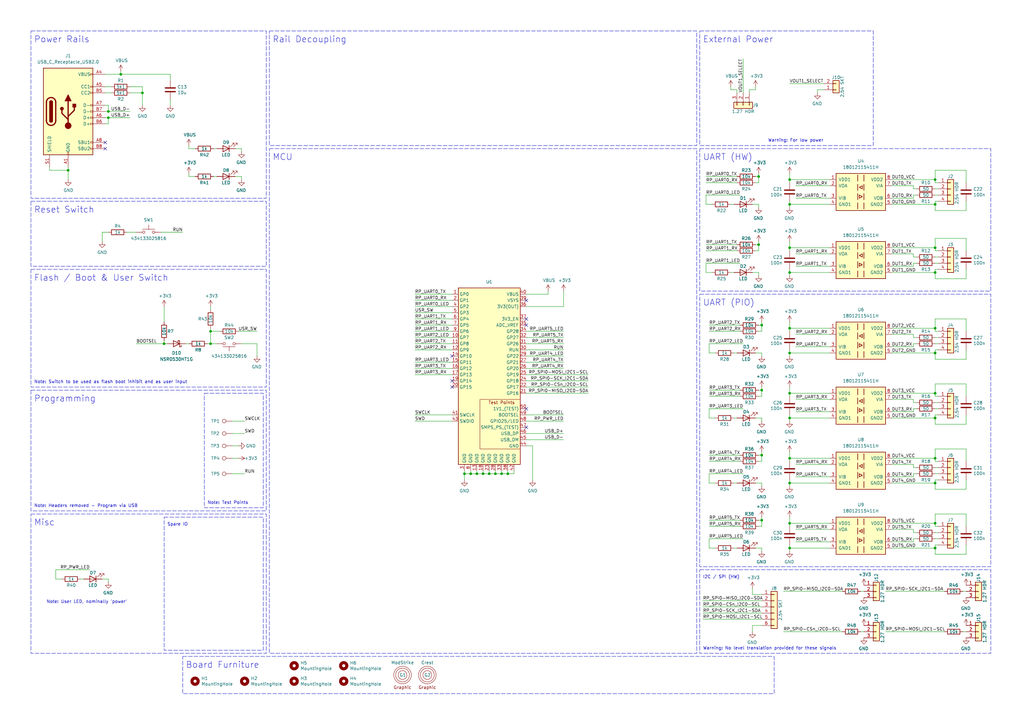
<source format=kicad_sch>
(kicad_sch (version 20230121) (generator eeschema)
  (paper "A3")
  (title_block (title "Ponder-Pico2") (date "2024-10-30") (rev "1.0"))
  (junction (at 323.85 73.66))
  (junction (at 205.74 194.31))
  (junction (at 323.85 144.78))
  (junction (at 190.5 194.31))
  (junction (at 323.85 187.96))
  (junction (at 323.85 161.29))
  (junction (at 312.42 160.02))
  (junction (at 383.54 73.66))
  (junction (at 311.15 100.33))
  (junction (at 323.85 134.62))
  (junction (at 383.54 187.96))
  (junction (at 312.42 186.69))
  (junction (at 193.04 194.31))
  (junction (at 383.54 111.76))
  (junction (at 44.45 45.72))
  (junction (at 383.54 144.78))
  (junction (at 58.42 38.1))
  (junction (at 195.58 194.31))
  (junction (at 203.2 194.31))
  (junction (at 49.53 30.48))
  (junction (at 383.54 171.45))
  (junction (at 208.28 194.31))
  (junction (at 323.85 198.12))
  (junction (at 312.42 133.35))
  (junction (at 311.15 72.39))
  (junction (at 323.85 224.79))
  (junction (at 44.45 48.26))
  (junction (at 323.85 111.76))
  (junction (at 383.54 134.62))
  (junction (at 323.85 83.82))
  (junction (at 323.85 214.63))
  (junction (at 383.54 161.29))
  (junction (at 27.94 69.85))
  (junction (at 200.66 194.31))
  (junction (at 383.54 198.12))
  (junction (at 198.12 194.31))
  (junction (at 383.54 83.82))
  (junction (at 86.36 140.97))
  (junction (at 323.85 171.45))
  (junction (at 312.42 213.36))
  (junction (at 323.85 101.6))
  (junction (at 383.54 224.79))
  (junction (at 86.36 135.89))
  (junction (at 383.54 101.6))
  (junction (at 67.31 140.97))
  (junction (at 383.54 214.63))
  (no_connect (at 215.9 175.26))
  (no_connect (at 185.42 158.75))
  (no_connect (at 215.9 123.19))
  (no_connect (at 215.9 130.81))
  (no_connect (at 43.18 58.42))
  (no_connect (at 43.18 60.96))
  (no_connect (at 185.42 146.05))
  (no_connect (at 185.42 156.21))
  (no_connect (at 215.9 167.64))
  (no_connect (at 215.9 133.35))
  (wire (pts (xy 383.54 161.29) (xy 383.54 162.56)))
  (wire (pts (xy 205.74 194.31) (xy 208.28 194.31)))
  (wire (pts (xy 323.85 83.82) (xy 340.36 83.82)))
  (wire (pts (xy 396.24 170.18) (xy 396.24 173.99)))
  (wire (pts (xy 203.2 194.31) (xy 205.74 194.31)))
  (wire (pts (xy 323.85 223.52) (xy 323.85 224.79)))
  (wire (pts (xy 312.42 215.9) (xy 312.42 213.36)))
  (wire (pts (xy 396.24 130.81) (xy 383.54 130.81)))
  (wire (pts (xy 86.36 134.62) (xy 86.36 135.89)))
  (wire (pts (xy 241.3 156.21) (xy 215.9 156.21)))
  (wire (pts (xy 44.45 237.49) (xy 41.91 237.49)))
  (wire (pts (xy 323.85 134.62) (xy 340.36 134.62)))
  (wire (pts (xy 323.85 171.45) (xy 340.36 171.45)))
  (wire (pts (xy 311.15 189.23) (xy 312.42 189.23)))
  (wire (pts (xy 323.85 85.09) (xy 323.85 83.82)))
  (wire (pts (xy 22.86 237.49) (xy 25.4 237.49)))
  (wire (pts (xy 193.04 194.31) (xy 195.58 194.31)))
  (wire (pts (xy 312.42 213.36) (xy 312.42 212.09)))
  (wire (pts (xy 384.81 140.97) (xy 383.54 140.97)))
  (wire (pts (xy 365.76 168.91) (xy 374.65 168.91)))
  (wire (pts (xy 290.83 144.78) (xy 293.37 144.78)))
  (wire (pts (xy 231.14 135.89) (xy 215.9 135.89)))
  (wire (pts (xy 375.92 194.31) (xy 374.65 194.31)))
  (wire (pts (xy 95.25 172.72) (xy 100.33 172.72)))
  (wire (pts (xy 198.12 193.04) (xy 198.12 194.31)))
  (wire (pts (xy 304.8 38.1) (xy 304.8 24.13)))
  (wire (pts (xy 170.18 135.89) (xy 185.42 135.89)))
  (wire (pts (xy 312.42 162.56) (xy 312.42 160.02)))
  (wire (pts (xy 311.15 85.09) (xy 311.15 83.82)))
  (wire (pts (xy 36.83 233.68) (xy 22.86 233.68)))
  (wire (pts (xy 86.36 140.97) (xy 85.09 140.97)))
  (wire (pts (xy 210.82 194.31) (xy 210.82 193.04)))
  (wire (pts (xy 383.54 134.62) (xy 383.54 135.89)))
  (wire (pts (xy 231.14 170.18) (xy 215.9 170.18)))
  (wire (pts (xy 384.81 223.52) (xy 383.54 223.52)))
  (wire (pts (xy 290.83 135.89) (xy 303.53 135.89)))
  (wire (pts (xy 396.24 74.93) (xy 396.24 69.85)))
  (wire (pts (xy 323.85 73.66) (xy 340.36 73.66)))
  (wire (pts (xy 323.85 226.06) (xy 323.85 224.79)))
  (wire (pts (xy 326.39 190.5) (xy 340.36 190.5)))
  (wire (pts (xy 170.18 123.19) (xy 185.42 123.19)))
  (wire (pts (xy 99.06 60.96) (xy 96.52 60.96)))
  (wire (pts (xy 309.88 102.87) (xy 311.15 102.87)))
  (wire (pts (xy 365.76 76.2) (xy 374.65 76.2)))
  (wire (pts (xy 374.65 194.31) (xy 374.65 195.58)))
  (wire (pts (xy 384.81 107.95) (xy 383.54 107.95)))
  (wire (pts (xy 374.65 77.47) (xy 374.65 76.2)))
  (wire (pts (xy 312.42 199.39) (xy 312.42 198.12)))
  (wire (pts (xy 321.31 242.57) (xy 345.44 242.57)))
  (wire (pts (xy 323.85 187.96) (xy 340.36 187.96)))
  (wire (pts (xy 384.81 80.01) (xy 383.54 80.01)))
  (wire (pts (xy 323.85 134.62) (xy 323.85 135.89)))
  (wire (pts (xy 309.88 100.33) (xy 311.15 100.33)))
  (wire (pts (xy 312.42 172.72) (xy 312.42 171.45)))
  (wire (pts (xy 231.14 172.72) (xy 215.9 172.72)))
  (wire (pts (xy 99.06 62.23) (xy 99.06 60.96)))
  (wire (pts (xy 231.14 138.43) (xy 215.9 138.43)))
  (wire (pts (xy 384.81 110.49) (xy 383.54 110.49)))
  (wire (pts (xy 289.56 100.33) (xy 302.26 100.33)))
  (wire (pts (xy 289.56 80.01) (xy 289.56 83.82)))
  (wire (pts (xy 290.83 186.69) (xy 303.53 186.69)))
  (wire (pts (xy 41.91 95.25) (xy 41.91 99.06)))
  (wire (pts (xy 105.41 135.89) (xy 97.79 135.89)))
  (wire (pts (xy 396.24 162.56) (xy 396.24 157.48)))
  (wire (pts (xy 309.88 36.83) (xy 307.34 36.83)))
  (wire (pts (xy 323.85 172.72) (xy 323.85 171.45)))
  (wire (pts (xy 375.92 218.44) (xy 374.65 218.44)))
  (wire (pts (xy 290.83 162.56) (xy 303.53 162.56)))
  (wire (pts (xy 67.31 140.97) (xy 68.58 140.97)))
  (wire (pts (xy 44.45 45.72) (xy 53.34 45.72)))
  (wire (pts (xy 365.76 73.66) (xy 383.54 73.66)))
  (wire (pts (xy 77.47 59.69) (xy 77.47 60.96)))
  (wire (pts (xy 326.39 81.28) (xy 340.36 81.28)))
  (wire (pts (xy 326.39 109.22) (xy 340.36 109.22)))
  (wire (pts (xy 396.24 102.87) (xy 396.24 97.79)))
  (wire (pts (xy 43.18 30.48) (xy 49.53 30.48)))
  (wire (pts (xy 299.72 36.83) (xy 302.26 36.83)))
  (wire (pts (xy 383.54 227.33) (xy 383.54 224.79)))
  (wire (pts (xy 384.81 165.1) (xy 383.54 165.1)))
  (wire (pts (xy 396.24 143.51) (xy 396.24 147.32)))
  (wire (pts (xy 353.06 242.57) (xy 354.33 242.57)))
  (wire (pts (xy 384.81 189.23) (xy 383.54 189.23)))
  (wire (pts (xy 396.24 147.32) (xy 383.54 147.32)))
  (wire (pts (xy 384.81 138.43) (xy 383.54 138.43)))
  (wire (pts (xy 396.24 82.55) (xy 396.24 86.36)))
  (wire (pts (xy 383.54 214.63) (xy 383.54 215.9)))
  (wire (pts (xy 384.81 162.56) (xy 383.54 162.56)))
  (wire (pts (xy 384.81 77.47) (xy 383.54 77.47)))
  (wire (pts (xy 288.29 248.92) (xy 312.42 248.92)))
  (wire (pts (xy 170.18 125.73) (xy 185.42 125.73)))
  (wire (pts (xy 394.97 242.57) (xy 396.24 242.57)))
  (wire (pts (xy 383.54 111.76) (xy 383.54 110.49)))
  (wire (pts (xy 27.94 69.85) (xy 20.32 69.85)))
  (wire (pts (xy 383.54 184.15) (xy 383.54 187.96)))
  (wire (pts (xy 66.04 95.25) (xy 74.93 95.25)))
  (wire (pts (xy 86.36 125.73) (xy 86.36 127)))
  (wire (pts (xy 365.76 198.12) (xy 383.54 198.12)))
  (wire (pts (xy 49.53 30.48) (xy 69.85 30.48)))
  (wire (pts (xy 218.44 196.85) (xy 218.44 182.88)))
  (wire (pts (xy 76.2 140.97) (xy 77.47 140.97)))
  (wire (pts (xy 88.9 140.97) (xy 86.36 140.97)))
  (wire (pts (xy 231.14 140.97) (xy 215.9 140.97)))
  (wire (pts (xy 323.85 144.78) (xy 340.36 144.78)))
  (wire (pts (xy 170.18 128.27) (xy 185.42 128.27)))
  (wire (pts (xy 323.85 170.18) (xy 323.85 171.45)))
  (wire (pts (xy 383.54 97.79) (xy 383.54 101.6)))
  (wire (pts (xy 67.31 132.08) (xy 67.31 125.73)))
  (wire (pts (xy 44.45 43.18) (xy 44.45 45.72)))
  (wire (pts (xy 383.54 171.45) (xy 383.54 170.18)))
  (wire (pts (xy 375.92 191.77) (xy 374.65 191.77)))
  (wire (pts (xy 22.86 233.68) (xy 22.86 237.49)))
  (wire (pts (xy 311.15 72.39) (xy 311.15 71.12)))
  (wire (pts (xy 396.24 157.48) (xy 383.54 157.48)))
  (wire (pts (xy 198.12 194.31) (xy 200.66 194.31)))
  (wire (pts (xy 311.15 162.56) (xy 312.42 162.56)))
  (wire (pts (xy 312.42 224.79) (xy 309.88 224.79)))
  (wire (pts (xy 312.42 160.02) (xy 312.42 158.75)))
  (wire (pts (xy 290.83 220.98) (xy 290.83 224.79)))
  (wire (pts (xy 323.85 214.63) (xy 340.36 214.63)))
  (wire (pts (xy 53.34 35.56) (xy 58.42 35.56)))
  (wire (pts (xy 374.65 105.41) (xy 374.65 104.14)))
  (wire (pts (xy 43.18 48.26) (xy 44.45 48.26)))
  (wire (pts (xy 323.85 110.49) (xy 323.85 111.76)))
  (wire (pts (xy 365.76 134.62) (xy 383.54 134.62)))
  (wire (pts (xy 20.32 68.58) (xy 20.32 69.85)))
  (wire (pts (xy 383.54 86.36) (xy 383.54 83.82)))
  (wire (pts (xy 335.28 36.83) (xy 337.82 36.83)))
  (wire (pts (xy 302.26 224.79) (xy 300.99 224.79)))
  (wire (pts (xy 170.18 148.59) (xy 185.42 148.59)))
  (wire (pts (xy 384.81 102.87) (xy 383.54 102.87)))
  (wire (pts (xy 375.92 220.98) (xy 374.65 220.98)))
  (wire (pts (xy 383.54 147.32) (xy 383.54 144.78)))
  (wire (pts (xy 205.74 193.04) (xy 205.74 194.31)))
  (wire (pts (xy 231.14 119.38) (xy 231.14 125.73)))
  (wire (pts (xy 365.76 171.45) (xy 383.54 171.45)))
  (wire (pts (xy 231.14 151.13) (xy 215.9 151.13)))
  (wire (pts (xy 323.85 143.51) (xy 323.85 144.78)))
  (wire (pts (xy 170.18 172.72) (xy 185.42 172.72)))
  (wire (pts (xy 100.33 194.31) (xy 95.25 194.31)))
  (wire (pts (xy 365.76 137.16) (xy 374.65 137.16)))
  (wire (pts (xy 231.14 177.8) (xy 215.9 177.8)))
  (wire (pts (xy 365.76 109.22) (xy 374.65 109.22)))
  (wire (pts (xy 170.18 170.18) (xy 185.42 170.18)))
  (wire (pts (xy 304.8 140.97) (xy 290.83 140.97)))
  (wire (pts (xy 384.81 105.41) (xy 383.54 105.41)))
  (wire (pts (xy 312.42 144.78) (xy 309.88 144.78)))
  (wire (pts (xy 290.83 189.23) (xy 303.53 189.23)))
  (wire (pts (xy 215.9 125.73) (xy 231.14 125.73)))
  (wire (pts (xy 375.92 77.47) (xy 374.65 77.47)))
  (wire (pts (xy 374.65 167.64) (xy 374.65 168.91)))
  (wire (pts (xy 88.9 60.96) (xy 87.63 60.96)))
  (wire (pts (xy 170.18 143.51) (xy 185.42 143.51)))
  (wire (pts (xy 241.3 161.29) (xy 215.9 161.29)))
  (wire (pts (xy 105.41 140.97) (xy 99.06 140.97)))
  (wire (pts (xy 290.83 194.31) (xy 290.83 198.12)))
  (wire (pts (xy 77.47 60.96) (xy 80.01 60.96)))
  (wire (pts (xy 302.26 36.83) (xy 302.26 38.1)))
  (wire (pts (xy 323.85 196.85) (xy 323.85 198.12)))
  (wire (pts (xy 311.15 83.82) (xy 308.61 83.82)))
  (wire (pts (xy 312.42 226.06) (xy 312.42 224.79)))
  (wire (pts (xy 384.81 215.9) (xy 383.54 215.9)))
  (wire (pts (xy 384.81 82.55) (xy 383.54 82.55)))
  (wire (pts (xy 27.94 69.85) (xy 27.94 73.66)))
  (wire (pts (xy 374.65 80.01) (xy 374.65 81.28)))
  (wire (pts (xy 396.24 196.85) (xy 396.24 200.66)))
  (wire (pts (xy 312.42 133.35) (xy 312.42 132.08)))
  (wire (pts (xy 323.85 82.55) (xy 323.85 83.82)))
  (wire (pts (xy 290.83 133.35) (xy 303.53 133.35)))
  (wire (pts (xy 311.15 213.36) (xy 312.42 213.36)))
  (wire (pts (xy 290.83 198.12) (xy 293.37 198.12)))
  (wire (pts (xy 375.92 138.43) (xy 374.65 138.43)))
  (wire (pts (xy 304.8 167.64) (xy 290.83 167.64)))
  (wire (pts (xy 308.61 241.3) (xy 308.61 243.84)))
  (wire (pts (xy 365.76 190.5) (xy 374.65 190.5)))
  (wire (pts (xy 99.06 72.39) (xy 96.52 72.39)))
  (wire (pts (xy 383.54 187.96) (xy 383.54 189.23)))
  (wire (pts (xy 374.65 218.44) (xy 374.65 217.17)))
  (wire (pts (xy 44.45 238.76) (xy 44.45 237.49)))
  (wire (pts (xy 312.42 135.89) (xy 312.42 133.35)))
  (wire (pts (xy 365.76 104.14) (xy 374.65 104.14)))
  (wire (pts (xy 67.31 140.97) (xy 67.31 139.7)))
  (wire (pts (xy 323.85 224.79) (xy 340.36 224.79)))
  (wire (pts (xy 396.24 189.23) (xy 396.24 184.15)))
  (wire (pts (xy 170.18 138.43) (xy 185.42 138.43)))
  (wire (pts (xy 195.58 193.04) (xy 195.58 194.31)))
  (wire (pts (xy 27.94 69.85) (xy 27.94 68.58)))
  (wire (pts (xy 365.76 217.17) (xy 374.65 217.17)))
  (wire (pts (xy 384.81 194.31) (xy 383.54 194.31)))
  (wire (pts (xy 374.65 191.77) (xy 374.65 190.5)))
  (wire (pts (xy 374.65 140.97) (xy 374.65 142.24)))
  (wire (pts (xy 44.45 95.25) (xy 41.91 95.25)))
  (wire (pts (xy 90.17 135.89) (xy 86.36 135.89)))
  (wire (pts (xy 312.42 171.45) (xy 309.88 171.45)))
  (wire (pts (xy 170.18 151.13) (xy 185.42 151.13)))
  (wire (pts (xy 304.8 194.31) (xy 290.83 194.31)))
  (wire (pts (xy 353.06 259.08) (xy 354.33 259.08)))
  (wire (pts (xy 323.85 111.76) (xy 340.36 111.76)))
  (wire (pts (xy 374.65 107.95) (xy 374.65 109.22)))
  (wire (pts (xy 231.14 148.59) (xy 215.9 148.59)))
  (wire (pts (xy 300.99 83.82) (xy 299.72 83.82)))
  (wire (pts (xy 383.54 69.85) (xy 383.54 73.66)))
  (wire (pts (xy 326.39 163.83) (xy 340.36 163.83)))
  (wire (pts (xy 326.39 168.91) (xy 340.36 168.91)))
  (wire (pts (xy 58.42 35.56) (xy 58.42 38.1)))
  (wire (pts (xy 383.54 173.99) (xy 383.54 171.45)))
  (wire (pts (xy 311.15 111.76) (xy 308.61 111.76)))
  (wire (pts (xy 326.39 76.2) (xy 340.36 76.2)))
  (wire (pts (xy 307.34 36.83) (xy 307.34 38.1)))
  (wire (pts (xy 396.24 110.49) (xy 396.24 114.3)))
  (wire (pts (xy 384.81 135.89) (xy 383.54 135.89)))
  (wire (pts (xy 309.88 35.56) (xy 309.88 36.83)))
  (wire (pts (xy 374.65 220.98) (xy 374.65 222.25)))
  (wire (pts (xy 363.22 242.57) (xy 387.35 242.57)))
  (wire (pts (xy 365.76 161.29) (xy 383.54 161.29)))
  (wire (pts (xy 383.54 73.66) (xy 383.54 74.93)))
  (wire (pts (xy 195.58 194.31) (xy 198.12 194.31)))
  (wire (pts (xy 323.85 212.09) (xy 323.85 214.63)))
  (wire (pts (xy 302.26 198.12) (xy 300.99 198.12)))
  (wire (pts (xy 323.85 161.29) (xy 340.36 161.29)))
  (wire (pts (xy 383.54 144.78) (xy 383.54 143.51)))
  (wire (pts (xy 170.18 120.65) (xy 185.42 120.65)))
  (wire (pts (xy 300.99 111.76) (xy 299.72 111.76)))
  (wire (pts (xy 375.92 140.97) (xy 374.65 140.97)))
  (wire (pts (xy 384.81 220.98) (xy 383.54 220.98)))
  (wire (pts (xy 290.83 224.79) (xy 293.37 224.79)))
  (wire (pts (xy 170.18 133.35) (xy 185.42 133.35)))
  (wire (pts (xy 323.85 198.12) (xy 340.36 198.12)))
  (wire (pts (xy 383.54 101.6) (xy 383.54 102.87)))
  (wire (pts (xy 288.29 254) (xy 312.42 254)))
  (wire (pts (xy 309.88 74.93) (xy 311.15 74.93)))
  (wire (pts (xy 224.79 119.38) (xy 224.79 120.65)))
  (wire (pts (xy 77.47 72.39) (xy 80.01 72.39)))
  (wire (pts (xy 311.15 160.02) (xy 312.42 160.02)))
  (wire (pts (xy 95.25 182.88) (xy 97.79 182.88)))
  (wire (pts (xy 383.54 83.82) (xy 383.54 82.55)))
  (wire (pts (xy 326.39 142.24) (xy 340.36 142.24)))
  (wire (pts (xy 311.15 133.35) (xy 312.42 133.35)))
  (wire (pts (xy 312.42 146.05) (xy 312.42 144.78)))
  (wire (pts (xy 77.47 71.12) (xy 77.47 72.39)))
  (wire (pts (xy 365.76 195.58) (xy 374.65 195.58)))
  (wire (pts (xy 365.76 81.28) (xy 374.65 81.28)))
  (wire (pts (xy 365.76 111.76) (xy 383.54 111.76)))
  (wire (pts (xy 288.29 246.38) (xy 312.42 246.38)))
  (wire (pts (xy 396.24 173.99) (xy 383.54 173.99)))
  (wire (pts (xy 365.76 142.24) (xy 374.65 142.24)))
  (wire (pts (xy 303.53 80.01) (xy 289.56 80.01)))
  (wire (pts (xy 323.85 146.05) (xy 323.85 144.78)))
  (wire (pts (xy 312.42 189.23) (xy 312.42 186.69)))
  (wire (pts (xy 396.24 227.33) (xy 383.54 227.33)))
  (wire (pts (xy 311.15 186.69) (xy 312.42 186.69)))
  (wire (pts (xy 203.2 193.04) (xy 203.2 194.31)))
  (wire (pts (xy 289.56 107.95) (xy 289.56 111.76)))
  (wire (pts (xy 290.83 213.36) (xy 303.53 213.36)))
  (wire (pts (xy 311.15 102.87) (xy 311.15 100.33)))
  (wire (pts (xy 384.81 170.18) (xy 383.54 170.18)))
  (wire (pts (xy 365.76 222.25) (xy 374.65 222.25)))
  (wire (pts (xy 44.45 50.8) (xy 44.45 48.26)))
  (wire (pts (xy 326.39 137.16) (xy 340.36 137.16)))
  (wire (pts (xy 365.76 214.63) (xy 383.54 214.63)))
  (wire (pts (xy 365.76 144.78) (xy 383.54 144.78)))
  (wire (pts (xy 326.39 217.17) (xy 340.36 217.17)))
  (wire (pts (xy 396.24 210.82) (xy 383.54 210.82)))
  (wire (pts (xy 323.85 101.6) (xy 323.85 102.87)))
  (wire (pts (xy 231.14 143.51) (xy 215.9 143.51)))
  (wire (pts (xy 396.24 86.36) (xy 383.54 86.36)))
  (wire (pts (xy 323.85 73.66) (xy 323.85 74.93)))
  (wire (pts (xy 375.92 167.64) (xy 374.65 167.64)))
  (wire (pts (xy 335.28 38.1) (xy 335.28 36.83)))
  (wire (pts (xy 375.92 105.41) (xy 374.65 105.41)))
  (wire (pts (xy 323.85 101.6) (xy 340.36 101.6)))
  (wire (pts (xy 309.88 72.39) (xy 311.15 72.39)))
  (wire (pts (xy 326.39 222.25) (xy 340.36 222.25)))
  (wire (pts (xy 326.39 195.58) (xy 340.36 195.58)))
  (wire (pts (xy 396.24 215.9) (xy 396.24 210.82)))
  (wire (pts (xy 384.81 196.85) (xy 383.54 196.85)))
  (wire (pts (xy 383.54 157.48) (xy 383.54 161.29)))
  (wire (pts (xy 308.61 243.84) (xy 312.42 243.84)))
  (wire (pts (xy 304.8 220.98) (xy 290.83 220.98)))
  (wire (pts (xy 218.44 182.88) (xy 215.9 182.88)))
  (wire (pts (xy 100.33 177.8) (xy 95.25 177.8)))
  (wire (pts (xy 323.85 71.12) (xy 323.85 73.66)))
  (wire (pts (xy 190.5 194.31) (xy 193.04 194.31)))
  (wire (pts (xy 289.56 102.87) (xy 302.26 102.87)))
  (wire (pts (xy 311.15 135.89) (xy 312.42 135.89)))
  (wire (pts (xy 288.29 251.46) (xy 312.42 251.46)))
  (wire (pts (xy 45.72 38.1) (xy 43.18 38.1)))
  (wire (pts (xy 396.24 69.85) (xy 383.54 69.85)))
  (wire (pts (xy 323.85 113.03) (xy 323.85 111.76)))
  (wire (pts (xy 241.3 153.67) (xy 215.9 153.67)))
  (wire (pts (xy 396.24 97.79) (xy 383.54 97.79)))
  (wire (pts (xy 396.24 135.89) (xy 396.24 130.81)))
  (wire (pts (xy 200.66 194.31) (xy 203.2 194.31)))
  (wire (pts (xy 308.61 259.08) (xy 308.61 256.54)))
  (wire (pts (xy 384.81 143.51) (xy 383.54 143.51)))
  (wire (pts (xy 365.76 224.79) (xy 383.54 224.79)))
  (wire (pts (xy 311.15 100.33) (xy 311.15 99.06)))
  (wire (pts (xy 289.56 83.82) (xy 292.1 83.82)))
  (wire (pts (xy 323.85 187.96) (xy 323.85 189.23)))
  (wire (pts (xy 375.92 80.01) (xy 374.65 80.01)))
  (wire (pts (xy 375.92 107.95) (xy 374.65 107.95)))
  (wire (pts (xy 375.92 165.1) (xy 374.65 165.1)))
  (wire (pts (xy 363.22 259.08) (xy 387.35 259.08)))
  (wire (pts (xy 43.18 45.72) (xy 44.45 45.72)))
  (wire (pts (xy 58.42 38.1) (xy 58.42 43.18)))
  (wire (pts (xy 303.53 107.95) (xy 289.56 107.95)))
  (wire (pts (xy 365.76 83.82) (xy 383.54 83.82)))
  (wire (pts (xy 308.61 256.54) (xy 312.42 256.54)))
  (wire (pts (xy 170.18 140.97) (xy 185.42 140.97)))
  (wire (pts (xy 323.85 185.42) (xy 323.85 187.96)))
  (wire (pts (xy 396.24 114.3) (xy 383.54 114.3)))
  (wire (pts (xy 193.04 193.04) (xy 193.04 194.31)))
  (wire (pts (xy 383.54 224.79) (xy 383.54 223.52)))
  (wire (pts (xy 53.34 38.1) (xy 58.42 38.1)))
  (wire (pts (xy 311.15 215.9) (xy 312.42 215.9)))
  (wire (pts (xy 299.72 35.56) (xy 299.72 36.83)))
  (wire (pts (xy 383.54 200.66) (xy 383.54 198.12)))
  (wire (pts (xy 44.45 48.26) (xy 53.34 48.26)))
  (wire (pts (xy 34.29 237.49) (xy 33.02 237.49)))
  (wire (pts (xy 374.65 138.43) (xy 374.65 137.16)))
  (wire (pts (xy 383.54 210.82) (xy 383.54 214.63)))
  (wire (pts (xy 241.3 158.75) (xy 215.9 158.75)))
  (wire (pts (xy 396.24 223.52) (xy 396.24 227.33)))
  (wire (pts (xy 290.83 140.97) (xy 290.83 144.78)))
  (wire (pts (xy 394.97 259.08) (xy 396.24 259.08)))
  (wire (pts (xy 231.14 180.34) (xy 215.9 180.34)))
  (wire (pts (xy 231.14 146.05) (xy 215.9 146.05)))
  (wire (pts (xy 190.5 196.85) (xy 190.5 194.31)))
  (wire (pts (xy 55.88 140.97) (xy 67.31 140.97)))
  (wire (pts (xy 43.18 50.8) (xy 44.45 50.8)))
  (wire (pts (xy 312.42 198.12) (xy 309.88 198.12)))
  (wire (pts (xy 43.18 43.18) (xy 44.45 43.18)))
  (wire (pts (xy 326.39 104.14) (xy 340.36 104.14)))
  (wire (pts (xy 45.72 35.56) (xy 43.18 35.56)))
  (wire (pts (xy 323.85 199.39) (xy 323.85 198.12)))
  (wire (pts (xy 69.85 33.02) (xy 69.85 30.48)))
  (wire (pts (xy 208.28 194.31) (xy 210.82 194.31)))
  (wire (pts (xy 321.31 259.08) (xy 345.44 259.08)))
  (wire (pts (xy 383.54 130.81) (xy 383.54 134.62)))
  (wire (pts (xy 49.53 29.21) (xy 49.53 30.48)))
  (wire (pts (xy 312.42 186.69) (xy 312.42 185.42)))
  (wire (pts (xy 290.83 215.9) (xy 303.53 215.9)))
  (wire (pts (xy 190.5 193.04) (xy 190.5 194.31)))
  (wire (pts (xy 215.9 120.65) (xy 224.79 120.65)))
  (wire (pts (xy 374.65 165.1) (xy 374.65 163.83)))
  (wire (pts (xy 365.76 187.96) (xy 383.54 187.96)))
  (wire (pts (xy 396.24 184.15) (xy 383.54 184.15)))
  (wire (pts (xy 323.85 161.29) (xy 323.85 162.56)))
  (wire (pts (xy 290.83 160.02) (xy 303.53 160.02)))
  (wire (pts (xy 52.07 95.25) (xy 55.88 95.25)))
  (wire (pts (xy 384.81 191.77) (xy 383.54 191.77)))
  (wire (pts (xy 95.25 187.96) (xy 97.79 187.96)))
  (wire (pts (xy 170.18 130.81) (xy 185.42 130.81)))
  (wire (pts (xy 383.54 114.3) (xy 383.54 111.76)))
  (wire (pts (xy 86.36 135.89) (xy 86.36 140.97)))
  (wire (pts (xy 302.26 171.45) (xy 300.99 171.45)))
  (wire (pts (xy 200.66 193.04) (xy 200.66 194.31)))
  (wire (pts (xy 384.81 167.64) (xy 383.54 167.64)))
  (wire (pts (xy 384.81 74.93) (xy 383.54 74.93)))
  (wire (pts (xy 289.56 111.76) (xy 292.1 111.76)))
  (wire (pts (xy 105.41 140.97) (xy 105.41 146.05)))
  (wire (pts (xy 99.06 73.66) (xy 99.06 72.39)))
  (wire (pts (xy 365.76 163.83) (xy 374.65 163.83)))
  (wire (pts (xy 311.15 74.93) (xy 311.15 72.39)))
  (wire (pts (xy 302.26 144.78) (xy 300.99 144.78)))
  (wire (pts (xy 323.85 99.06) (xy 323.85 101.6)))
  (wire (pts (xy 365.76 101.6) (xy 383.54 101.6)))
  (wire (pts (xy 311.15 113.03) (xy 311.15 111.76)))
  (wire (pts (xy 396.24 200.66) (xy 383.54 200.66)))
  (wire (pts (xy 289.56 72.39) (xy 302.26 72.39)))
  (wire (pts (xy 290.83 171.45) (xy 293.37 171.45)))
  (wire (pts (xy 323.85 158.75) (xy 323.85 161.29)))
  (wire (pts (xy 323.85 214.63) (xy 323.85 215.9)))
  (wire (pts (xy 384.81 218.44) (xy 383.54 218.44)))
  (wire (pts (xy 323.85 34.29) (xy 337.82 34.29)))
  (wire (pts (xy 208.28 193.04) (xy 208.28 194.31)))
  (wire (pts (xy 383.54 198.12) (xy 383.54 196.85)))
  (wire (pts (xy 170.18 153.67) (xy 185.42 153.67)))
  (wire (pts (xy 290.83 167.64) (xy 290.83 171.45)))
  (wire (pts (xy 323.85 132.08) (xy 323.85 134.62)))
  (wire (pts (xy 88.9 72.39) (xy 87.63 72.39)))
  (wire (pts (xy 69.85 40.64) (xy 69.85 43.18)))
  (wire (pts (xy 289.56 74.93) (xy 302.26 74.93)))
  (rectangle (start 287.02 233.68) (end 406.4 267.97) (stroke (width 0) (type dash)))
  (rectangle (start 12.7 160.02) (end 109.22 209.55) (stroke (width 0) (type dash)))
  (rectangle (start 74.93 269.24) (end 317.5 284.48) (stroke (width 0) (type dash)))
  (rectangle (start 12.7 110.49) (end 109.22 158.75) (stroke (width 0) (type dash)))
  (rectangle (start 287.02 120.65) (end 406.4 232.41) (stroke (width 0) (type dash)))
  (rectangle (start 110.49 12.7) (end 285.75 59.69) (stroke (width 0) (type dash)))
  (rectangle (start 287.02 60.96) (end 406.4 119.38) (stroke (width 0) (type dash)))
  (rectangle (start 12.7 12.7) (end 109.22 81.28) (stroke (width 0) (type dash)))
  (rectangle (start 83.82 161.29) (end 107.95 208.28) (stroke (width 0) (type dash)))
  (rectangle (start 12.7 82.55) (end 109.22 109.22) (stroke (width 0) (type dash)))
  (rectangle (start 67.31 212.09) (end 107.95 266.7) (stroke (width 0) (type dash)))
  (rectangle (start 110.49 60.96) (end 285.75 267.97) (stroke (width 0) (type dash)))
  (rectangle (start 12.7 210.82) (end 109.22 267.97) (stroke (width 0) (type dash)))
  (rectangle (start 287.02 12.7) (end 358.14 59.69) (stroke (width 0) (type dash)))
  (text "Warning: No level translation provided for these signals" (at 288.29 266.7 0) (effects (font (size 1.27 1.27)) (justify left bottom)))
  (text "UART (PIO)" (at 288.29 125.73 0) (effects (font (size 2.54 2.54)) (justify left bottom)))
  (text "Misc" (at 13.97 215.9 0) (effects (font (size 2.54 2.54)) (justify left bottom)))
  (text "Note: Switch to be used as flash boot inhibit and as user input" (at 13.97 157.48 0) (effects (font (size 1.27 1.27)) (justify left bottom)))
  (text "Flash / Boot & User Switch" (at 13.97 115.57 0) (effects (font (size 2.54 2.54)) (justify left bottom)))
  (text "Spare IO" (at 68.58 215.9 0) (effects (font (size 1.27 1.27)) (justify left bottom)))
  (text "Board Furniture" (at 76.2 274.32 0) (effects (font (size 2.54 2.54)) (justify left bottom)))
  (text "Rail Decoupling" (at 111.76 17.78 0) (effects (font (size 2.54 2.54)) (justify left bottom)))
  (text "Note: Test Points" (at 85.09 207.01 0) (effects (font (size 1.27 1.27)) (justify left bottom)))
  (text "Note: User LED, nominally 'power'" (at 19.05 247.65 0) (effects (font (size 1.27 1.27)) (justify left bottom)))
  (text "Note: Headers removed - Program via USB" (at 13.97 208.28 0) (effects (font (size 1.27 1.27)) (justify left bottom)))
  (text "External Power" (at 288.29 17.78 0) (effects (font (size 2.54 2.54)) (justify left bottom)))
  (text "UART (HW)" (at 288.29 66.04 0) (effects (font (size 2.54 2.54)) (justify left bottom)))
  (text "I2C / SPI (HW)" (at 288.29 237.49 0) (effects (font (size 1.27 1.27)) (justify left bottom)))
  (text "MCU" (at 111.76 66.04 0) (effects (font (size 2.54 2.54)) (justify left bottom)))
  (text "Warning: For low power" (at 314.96 58.42 0) (effects (font (size 1.27 1.27)) (justify left bottom)))
  (text "Reset Switch" (at 13.97 87.63 0) (effects (font (size 2.54 2.54)) (justify left bottom)))
  (text "Programming" (at 13.97 165.1 0) (effects (font (size 2.54 2.54)) (justify left bottom)))
  (text "Power Rails" (at 13.97 17.78 0) (effects (font (size 2.54 2.54)) (justify left bottom)))
  (label "USR_SW" (at 105.41 135.89 180))
  (label "DUT4_GND" (at 365.76 198.12 0))
  (label "RP_UART5_RX" (at 231.14 140.97 180))
  (label "RP_UART4_RX" (at 290.83 189.23 0))
  (label "DUT4_TX" (at 365.76 190.5 0))
  (label "DUT1_RX" (at 365.76 109.22 0))
  (label "RP_UART5_RX" (at 326.39 217.17 0))
  (label "RP_UART2_RX" (at 290.83 135.89 0))
  (label "RP_UART1_LED" (at 303.53 107.95 180))
  (label "RP_UART2_TX" (at 170.18 140.97 0))
  (label "RP_PWR_LED" (at 231.14 172.72 180))
  (label "RP_SPI0-SCK_I2C1-SDA" (at 288.29 251.46 0))
  (label "DUT1_GND" (at 365.76 111.76 0))
  (label "RP_UART0_LED" (at 170.18 125.73 0))
  (label "RP_UART1_RX" (at 170.18 133.35 0))
  (label "RP_UART2_TX" (at 290.83 133.35 0))
  (label "RP_UART3_LED" (at 304.8 167.64 180))
  (label "RP_UART2_LED" (at 170.18 138.43 0))
  (label "DUT5_TX" (at 365.76 217.17 0))
  (label "RP_UART2_LED" (at 304.8 140.97 180))
  (label "RP_SPI0-SCK_I2C1-SDA" (at 363.22 242.57 0))
  (label "RP_UART0_RX" (at 326.39 76.2 0))
  (label "SWCLK" (at 100.33 172.72 0))
  (label "RP_UART5_RX" (at 290.83 215.9 0))
  (label "RP_UART3_TX" (at 290.83 160.02 0))
  (label "RP_UART0_TX" (at 326.39 81.28 0))
  (label "RUN" (at 74.93 95.25 180))
  (label "USB_D-" (at 53.34 45.72 180))
  (label "RP_UART4_TX" (at 326.39 195.58 0))
  (label "RP_UART5_TX" (at 231.14 138.43 180))
  (label "USB_D+" (at 53.34 48.26 180))
  (label "RUN" (at 100.33 194.31 0))
  (label "RP_UART0_RX" (at 170.18 123.19 0))
  (label "DUT3_VCC" (at 365.76 161.29 0))
  (label "RP_SPI0-MISO_I2C0-SDA" (at 241.3 161.29 180))
  (label "RP_UART3_RX" (at 290.83 162.56 0))
  (label "RP_SPI0-MOSI_I2C1-SCL" (at 288.29 254 0))
  (label "DUT1_TX" (at 365.76 104.14 0))
  (label "DUT0_GND" (at 365.76 83.82 0))
  (label "RP_UART3_LED" (at 170.18 148.59 0))
  (label "DUT0_TX" (at 365.76 76.2 0))
  (label "RP_UART1_TX" (at 326.39 109.22 0))
  (label "RP_UART5_TX" (at 290.83 213.36 0))
  (label "RP_UART4_LED" (at 231.14 146.05 180))
  (label "USR_SW" (at 170.18 128.27 0))
  (label "DUT2_VCC" (at 365.76 134.62 0))
  (label "RP_UART2_RX" (at 326.39 137.16 0))
  (label "RP_UART3_RX" (at 170.18 153.67 0))
  (label "DUT4_VCC" (at 365.76 187.96 0))
  (label "DUT5_GND" (at 365.76 224.79 0))
  (label "RP_SPI0-SCK_I2C1-SDA" (at 241.3 156.21 180))
  (label "RP_UART4_LED" (at 304.8 194.31 180))
  (label "RP_UART1_RX" (at 289.56 102.87 0))
  (label "RP_SPI0-CSn_I2C0-SCL" (at 321.31 259.08 0))
  (label "DUT2_GND" (at 365.76 144.78 0))
  (label "RP_UART2_TX" (at 326.39 142.24 0))
  (label "RP_UART0_TX" (at 170.18 120.65 0))
  (label "SWCLK" (at 170.18 170.18 0))
  (label "RP_UART4_TX" (at 231.14 148.59 180))
  (label "VOUT1_SELECT" (at 304.8 24.13 270))
  (label "DUT4_RX" (at 365.76 195.58 0))
  (label "BOOTSEL" (at 231.14 170.18 180))
  (label "RP_UART5_TX" (at 326.39 222.25 0))
  (label "USB_D-" (at 231.14 180.34 180))
  (label "RP_SPI0-MISO_I2C0-SDA" (at 321.31 242.57 0))
  (label "SWD" (at 100.33 177.8 0))
  (label "RP_SPI0-CSn_I2C0-SCL" (at 288.29 248.92 0))
  (label "DUT2_TX" (at 365.76 137.16 0))
  (label "DUT3_GND" (at 365.76 171.45 0))
  (label "BOOTSEL" (at 55.88 140.97 0))
  (label "RP_UART1_TX" (at 170.18 130.81 0))
  (label "RP_UART0_TX" (at 289.56 72.39 0))
  (label "RUN" (at 231.14 143.51 180))
  (label "DUT5_VCC" (at 365.76 214.63 0))
  (label "RP_UART3_TX" (at 326.39 168.91 0))
  (label "RP_UART5_LED" (at 231.14 135.89 180))
  (label "DUT1_VCC" (at 365.76 101.6 0))
  (label "RP_UART0_LED" (at 303.53 80.01 180))
  (label "DUT2_RX" (at 365.76 142.24 0))
  (label "RP_UART4_RX" (at 326.39 190.5 0))
  (label "RP_SPI0-CSn_I2C0-SCL" (at 241.3 158.75 180))
  (label "RP_SPI0-MISO_I2C0-SDA" (at 288.29 246.38 0))
  (label "RP_UART1_RX" (at 326.39 104.14 0))
  (label "USB_D+" (at 231.14 177.8 180))
  (label "RP_UART1_LED" (at 170.18 135.89 0))
  (label "DUT0_RX" (at 365.76 81.28 0))
  (label "SWD" (at 170.18 172.72 0))
  (label "DUT3_TX" (at 365.76 163.83 0))
  (label "RP_UART4_RX" (at 231.14 151.13 180))
  (label "RP_PWR_LED" (at 36.83 233.68 180))
  (label "DUT5_RX" (at 365.76 222.25 0))
  (label "DUT3_RX" (at 365.76 168.91 0))
  (label "RP_SPI0-MOSI_I2C1-SCL" (at 241.3 153.67 180))
  (label "RP_UART1_TX" (at 289.56 100.33 0))
  (label "VOUT1_SELECT" (at 323.85 34.29 0))
  (label "RP_SPI0-MOSI_I2C1-SCL" (at 363.22 259.08 0))
  (label "RP_UART0_RX" (at 289.56 74.93 0))
  (label "RP_UART3_TX" (at 170.18 151.13 0))
  (label "RP_UART5_LED" (at 304.8 220.98 180))
  (label "DUT0_VCC" (at 365.76 73.66 0))
  (label "RP_UART3_RX" (at 326.39 163.83 0))
  (label "RP_UART2_RX" (at 170.18 143.51 0))
  (label "RP_UART4_TX" (at 290.83 186.69 0))
  (symbol (lib_id "Switch:SW_Push") (at 60.96 95.25 0) (unit 1)
    (property "Reference" "SW1" (at 60.96 90.17 0))
    (property "Value" "434133025816" (at 60.96 97.79 0))
    (property "Footprint" "Button_Switch_SMD:SW_Push_1P1T_NO_Vertical_Wuerth_434133025816" (effects hide))
  )
  (symbol (lib_id "Device:C") (at 323.85 78.74 0) (mirror y) (unit 1)
    (property "Reference" "C21" (at 320.929 77.5716 0) (effects (justify left)))
    (property "Value" "100n" (at 320.929 79.883 0) (effects (justify left)))
    (property "Footprint" "Capacitor_SMD:C_0402_1005Metric" (effects hide))
  )
  (symbol (lib_id "Device:R") (at 297.18 224.79 90) (unit 1)
    (property "Reference" "R35" (at 297.18 227.33 90))
    (property "Value" "1k" (at 297.18 224.79 90))
    (property "Footprint" "Resistor_SMD:R_0402_1005Metric" (effects hide))
  )
  (symbol (lib_id "Connector_Generic:Conn_01x06") (at 317.5 248.92 0) (unit 1)
    (property "Reference" "J8" (at 316.23 241.3 0) (effects (justify left)))
    (property "Value" "2.54 SKT" (at 320.04 250.19 90))
    (property "Footprint" "Connector_PinSocket_2.54mm:PinSocket_1x06_P2.54mm_Horizontal" (effects hide))
  )
  (symbol (lib_id "power:+3V3") (at 312.42 132.08 0) (unit 1)
    (property "Reference" "#PWR052" (effects hide))
    (property "Value" "+3V3" (at 312.801 127.6858 0))
  )
  (symbol (lib_id "power:VBUS") (at 49.53 29.21 0) (unit 1)
    (property "Reference" "#PWR01" (effects hide))
    (property "Value" "VBUS" (at 49.911 24.8158 0))
  )
  (symbol (lib_id "power:+3V3") (at 86.36 125.73 0) (unit 1)
    (property "Reference" "#PWR069" (effects hide))
    (property "Value" "+3V3" (at 86.741 121.3358 0))
  )
  (symbol (lib_id "Device:R") (at 307.34 133.35 270) (unit 1)
    (property "Reference" "R29" (at 307.34 130.81 90))
    (property "Value" "10k" (at 307.34 133.35 90))
    (property "Footprint" "Resistor_SMD:R_0402_1005Metric" (effects hide))
  )
  (symbol (lib_id "Device:R") (at 86.36 130.81 0) (mirror y) (unit 1)
    (property "Reference" "R43" (at 85.09 130.81 0) (effects (justify left)))
    (property "Value" "10k" (at 86.36 130.81 90))
    (property "Footprint" "Resistor_SMD:R_0402_1005Metric" (effects hide))
  )
  (symbol (lib_id "power:GND") (at 99.06 62.23 0) (mirror y) (unit 1)
    (property "Reference" "#PWR068" (effects hide))
    (property "Value" "GND" (at 98.933 66.6242 0))
  )
  (symbol (lib_id "power:GND") (at 97.79 182.88 90) (mirror x) (unit 1)
    (property "Reference" "#PWR019" (effects hide))
    (property "Value" "GND" (at 102.87 182.88 90))
  )
  (symbol (lib_id "power:GND") (at 312.42 172.72 0) (mirror y) (unit 1)
    (property "Reference" "#PWR055" (effects hide))
    (property "Value" "GND" (at 312.293 177.1142 0))
  )
  (symbol (lib_id "Device:R") (at 379.73 138.43 270) (unit 1)
    (property "Reference" "R14" (at 379.73 135.89 90))
    (property "Value" "50" (at 379.73 138.43 90))
    (property "Footprint" "Resistor_SMD:R_0402_1005Metric" (effects hide))
  )
  (symbol (lib_id "power:+3V3") (at 97.79 187.96 270) (unit 1)
    (property "Reference" "#PWR020" (effects hide))
    (property "Value" "+3V3" (at 102.87 187.96 90))
  )
  (symbol (lib_id "Device:R") (at 379.73 167.64 270) (unit 1)
    (property "Reference" "R17" (at 379.73 170.18 90))
    (property "Value" "50" (at 379.73 167.64 90))
    (property "Footprint" "Resistor_SMD:R_0402_1005Metric" (effects hide))
  )
  (symbol (lib_id "Device:R") (at 83.82 72.39 90) (unit 1)
    (property "Reference" "R41" (at 83.82 74.93 90))
    (property "Value" "1k" (at 83.82 72.39 90))
    (property "Footprint" "Resistor_SMD:R_0402_1005Metric" (effects hide))
  )
  (symbol (lib_id "Device:LED") (at 306.07 144.78 180) (unit 1)
    (property "Reference" "D3" (at 306.07 142.24 0))
    (property "Value" "LED" (at 306.07 147.32 0))
    (property "Footprint" "LED_SMD:LED_0603_1608Metric_Pad1.05x0.95mm_HandSolder" (effects hide))
  )
  (symbol (lib_id "power:+3V3") (at 308.61 241.3 0) (unit 1)
    (property "Reference" "#PWR07" (effects hide))
    (property "Value" "+3V3" (at 308.991 236.9058 0))
  )
  (symbol (lib_id "power:GND") (at 354.33 245.11 0) (mirror y) (unit 1)
    (property "Reference" "#PWR010" (effects hide))
    (property "Value" "GND" (at 354.203 249.5042 0))
  )
  (symbol (lib_id "Connector:TestPoint") (at 95.25 177.8 90) (unit 1)
    (property "Reference" "TP2" (at 86.36 177.8 90) (effects (justify right)))
    (property "Value" "TestPoint" (effects hide))
    (property "Footprint" "TestPoint:TestPoint_Pad_D1.0mm" (effects hide))
  )
  (symbol (lib_id "power:+3V3") (at 323.85 212.09 0) (unit 1)
    (property "Reference" "#PWR042" (effects hide))
    (property "Value" "+3V3" (at 324.231 207.6958 0))
  )
  (symbol (lib_id "Connector:TestPoint") (at 95.25 187.96 90) (unit 1)
    (property "Reference" "TP4" (at 90.17 187.96 90) (effects (justify left)))
    (property "Value" "TestPoint" (effects hide))
    (property "Footprint" "TestPoint:TestPoint_Pad_D1.0mm" (effects hide))
  )
  (symbol (lib_id "Device:R") (at 379.73 220.98 270) (unit 1)
    (property "Reference" "R21" (at 379.73 223.52 90))
    (property "Value" "50" (at 379.73 220.98 90))
    (property "Footprint" "Resistor_SMD:R_0402_1005Metric" (effects hide))
  )
  (symbol (lib_id "Device:C") (at 396.24 139.7 0) (unit 1)
    (property "Reference" "C27" (at 399.161 138.5316 0) (effects (justify left)))
    (property "Value" "100n" (at 399.161 140.843 0) (effects (justify left)))
    (property "Footprint" "Capacitor_SMD:C_0402_1005Metric" (effects hide))
  )
  (symbol (lib_id "power:GND") (at 311.15 85.09 0) (mirror y) (unit 1)
    (property "Reference" "#PWR048" (effects hide))
    (property "Value" "GND" (at 311.023 89.4842 0))
  )
  (symbol (lib_id "power:+3V3") (at 309.88 35.56 0) (unit 1)
    (property "Reference" "#PWR045" (effects hide))
    (property "Value" "+3V3" (at 310.261 31.1658 0))
  )
  (symbol (lib_id "Connector_Generic:Conn_01x03") (at 304.8 43.18 270) (unit 1)
    (property "Reference" "J9" (at 308.61 43.18 90) (effects (justify left)))
    (property "Value" "1.27 HDR" (at 304.8 45.72 90))
    (property "Footprint" "Connector_PinHeader_1.27mm:PinHeader_1x03_P1.27mm_Vertical" (effects hide))
  )
  (symbol (lib_id "Connector_Generic:Conn_01x02") (at 342.9 36.83 0) (mirror x) (unit 1)
    (property "Reference" "J10" (at 342.9 31.75 0))
    (property "Value" "2.54 SKT" (at 345.44 35.56 90))
    (property "Footprint" "Ponder:M208890245" (effects hide))
  )
  (symbol (lib_id "Device:R") (at 379.73 191.77 270) (unit 1)
    (property "Reference" "R18" (at 379.73 189.23 90))
    (property "Value" "50" (at 379.73 191.77 90))
    (property "Footprint" "Resistor_SMD:R_0402_1005Metric" (effects hide))
  )
  (symbol (lib_id "Device:C") (at 396.24 106.68 0) (unit 1)
    (property "Reference" "C24" (at 399.161 105.5116 0) (effects (justify left)))
    (property "Value" "100n" (at 399.161 107.823 0) (effects (justify left)))
    (property "Footprint" "Capacitor_SMD:C_0402_1005Metric" (effects hide))
  )
  (symbol (lib_id "power:GND") (at 69.85 43.18 0) (unit 1)
    (property "Reference" "#PWR05" (effects hide))
    (property "Value" "GND" (at 69.85 47.625 0))
  )
  (symbol (lib_id "Device:C") (at 323.85 219.71 0) (mirror y) (unit 1)
    (property "Reference" "C30" (at 320.929 218.5416 0) (effects (justify left)))
    (property "Value" "100n" (at 320.929 220.853 0) (effects (justify left)))
    (property "Footprint" "Capacitor_SMD:C_0402_1005Metric" (effects hide))
  )
  (symbol (lib_id "Device:R") (at 306.07 74.93 270) (unit 1)
    (property "Reference" "R24" (at 306.07 77.47 90))
    (property "Value" "10k" (at 306.07 74.93 90))
    (property "Footprint" "Resistor_SMD:R_0402_1005Metric" (effects hide))
  )
  (symbol (lib_id "Device:R") (at 307.34 135.89 270) (unit 1)
    (property "Reference" "R30" (at 307.34 138.43 90))
    (property "Value" "10k" (at 307.34 135.89 90))
    (property "Footprint" "Resistor_SMD:R_0402_1005Metric" (effects hide))
  )
  (symbol (lib_id "Device:C") (at 323.85 193.04 0) (mirror y) (unit 1)
    (property "Reference" "C29" (at 320.929 191.8716 0) (effects (justify left)))
    (property "Value" "100n" (at 320.929 194.183 0) (effects (justify left)))
    (property "Footprint" "Capacitor_SMD:C_0402_1005Metric" (effects hide))
  )
  (symbol (lib_id "Isolator:ADuM1201WS") (at 353.06 139.7 0) (unit 1)
    (property "Reference" "U6" (at 353.06 127 0))
    (property "Value" "18012115411H" (at 353.06 129.54 0))
    (property "Footprint" "Package_SO:SOIC-8_3.9x4.9mm_P1.27mm" (effects hide))
    (property "Datasheet" "https://www.we-online.com/components/products/datasheet/18012115411H.pdf" (effects hide))
  )
  (symbol (lib_id "Device:R") (at 391.16 259.08 270) (unit 1)
    (property "Reference" "R45" (at 391.16 256.54 90))
    (property "Value" "10k" (at 391.16 259.08 90))
    (property "Footprint" "Resistor_SMD:R_0402_1005Metric" (effects hide))
  )
  (symbol (lib_id "power:+3V3") (at 311.15 99.06 0) (unit 1)
    (property "Reference" "#PWR050" (effects hide))
    (property "Value" "+3V3" (at 311.531 94.6658 0))
  )
  (symbol (lib_id "power:+3V3") (at 323.85 99.06 0) (unit 1)
    (property "Reference" "#PWR033" (effects hide))
    (property "Value" "+3V3" (at 324.231 94.6658 0))
  )
  (symbol (lib_id "power:+3V3") (at 312.42 158.75 0) (unit 1)
    (property "Reference" "#PWR054" (effects hide))
    (property "Value" "+3V3" (at 312.801 154.3558 0))
  )
  (symbol (lib_id "Mechanical:MountingHole") (at 80.01 279.4 0) (unit 1)
    (property "Reference" "H1" (at 82.55 278.2316 0) (effects (justify left)))
    (property "Value" "MountingHole" (at 82.55 280.543 0) (effects (justify left)))
    (property "Footprint" "MountingHole:MountingHole_2.7mm_M2.5" (effects hide))
  )
  (symbol (lib_id "power:+3V3") (at 231.14 119.38 0) (unit 1)
    (property "Reference" "#PWR023" (effects hide))
    (property "Value" "+3V3" (at 231.521 114.9858 0))
  )
  (symbol (lib_id "Diode:NSR0340HT1G") (at 72.39 140.97 180) (unit 1)
    (property "Reference" "D10" (at 72.39 144.78 0))
    (property "Value" "NSR0530HT1G" (at 72.39 147.32 0))
    (property "Footprint" "Diode_SMD:D_SOD-323" (effects hide))
    (property "Datasheet" "https://www.onsemi.com/pdf/datasheet/nsr0530h-d.pdf" (effects hide))
  )
  (symbol (lib_id "power:GND") (at 308.61 259.08 0) (mirror y) (unit 1)
    (property "Reference" "#PWR08" (effects hide))
    (property "Value" "GND" (at 308.483 263.4742 0))
  )
  (symbol (lib_id "Connector_Generic:Conn_01x03") (at 359.41 242.57 0) (unit 1)
    (property "Reference" "J12" (at 359.41 238.76 90) (effects (justify left)))
    (property "Value" "1.27 HDR" (at 361.95 242.57 90))
    (property "Footprint" "Connector_PinHeader_1.27mm:PinHeader_1x03_P1.27mm_Vertical" (effects hide))
  )
  (symbol (lib_id "Connector_Generic:Conn_01x04") (at 389.89 191.77 0) (unit 1)
    (property "Reference" "J6" (at 388.62 186.69 0) (effects (justify left)))
    (property "Value" "2.54 HDR" (at 392.43 198.12 90) (effects (justify left)))
    (property "Footprint" "Connector_PinHeader_2.54mm:PinHeader_1x04_P2.54mm_Horizontal" (effects hide))
  )
  (symbol (lib_id "power:GND") (at 396.24 245.11 0) (mirror y) (unit 1)
    (property "Reference" "#PWR015" (effects hide))
    (property "Value" "GND" (at 396.113 249.5042 0))
  )
  (symbol (lib_id "Mechanical:MountingHole") (at 140.97 273.05 0) (unit 1)
    (property "Reference" "H6" (at 143.51 271.8816 0) (effects (justify left)))
    (property "Value" "MountingHole" (at 143.51 274.193 0) (effects (justify left)))
    (property "Footprint" "MountingHole:MountingHole_2.7mm_M2.5" (effects hide))
  )
  (symbol (lib_id "Device:C") (at 396.24 219.71 0) (unit 1)
    (property "Reference" "C32" (at 399.161 218.5416 0) (effects (justify left)))
    (property "Value" "100n" (at 399.161 220.853 0) (effects (justify left)))
    (property "Footprint" "Capacitor_SMD:C_0402_1005Metric" (effects hide))
  )
  (symbol (lib_id "Isolator:ADuM1201WS") (at 353.06 106.68 0) (unit 1)
    (property "Reference" "U5" (at 353.06 93.98 0))
    (property "Value" "18012115411H" (at 353.06 96.52 0))
    (property "Footprint" "Package_SO:SOIC-8_3.9x4.9mm_P1.27mm" (effects hide))
    (property "Datasheet" "https://www.we-online.com/components/products/datasheet/18012115411H.pdf" (effects hide))
  )
  (symbol (lib_id "Device:LED") (at 92.71 72.39 180) (unit 1)
    (property "Reference" "D8" (at 92.71 69.85 0))
    (property "Value" "LED" (at 92.71 74.93 0))
    (property "Footprint" "LED_SMD:LED_0603_1608Metric_Pad1.05x0.95mm_HandSolder" (effects hide))
  )
  (symbol (lib_id "Device:R") (at 379.73 218.44 270) (unit 1)
    (property "Reference" "R20" (at 379.73 215.9 90))
    (property "Value" "50" (at 379.73 218.44 90))
    (property "Footprint" "Resistor_SMD:R_0402_1005Metric" (effects hide))
  )
  (symbol (lib_id "Device:R") (at 379.73 140.97 270) (unit 1)
    (property "Reference" "R15" (at 379.73 143.51 90))
    (property "Value" "50" (at 379.73 140.97 90))
    (property "Footprint" "Resistor_SMD:R_0402_1005Metric" (effects hide))
  )
  (symbol (lib_id "Device:C") (at 323.85 106.68 0) (mirror y) (unit 1)
    (property "Reference" "C23" (at 320.929 105.5116 0) (effects (justify left)))
    (property "Value" "100n" (at 320.929 107.823 0) (effects (justify left)))
    (property "Footprint" "Capacitor_SMD:C_0402_1005Metric" (effects hide))
  )
  (symbol (lib_id "power:GND") (at 323.85 113.03 0) (mirror y) (unit 1)
    (property "Reference" "#PWR034" (effects hide))
    (property "Value" "GND" (at 323.723 117.4242 0))
  )
  (symbol (lib_id "Device:R") (at 379.73 194.31 270) (unit 1)
    (property "Reference" "R19" (at 379.73 196.85 90))
    (property "Value" "50" (at 379.73 194.31 90))
    (property "Footprint" "Resistor_SMD:R_0402_1005Metric" (effects hide))
  )
  (symbol (lib_id "power:+3V3") (at 354.33 240.03 0) (unit 1)
    (property "Reference" "#PWR09" (effects hide))
    (property "Value" "+3V3" (at 354.711 235.6358 0))
  )
  (symbol (lib_id "Mechanical:MountingHole") (at 120.65 273.05 0) (unit 1)
    (property "Reference" "H5" (at 123.19 271.8816 0) (effects (justify left)))
    (property "Value" "MountingHole" (at 123.19 274.193 0) (effects (justify left)))
    (property "Footprint" "MountingHole:MountingHole_2.7mm_M2.5" (effects hide))
  )
  (symbol (lib_id "Device:LED") (at 306.07 224.79 180) (unit 1)
    (property "Reference" "D6" (at 306.07 222.25 0))
    (property "Value" "LED" (at 306.07 227.33 0))
    (property "Footprint" "LED_SMD:LED_0603_1608Metric_Pad1.05x0.95mm_HandSolder" (effects hide))
  )
  (symbol (lib_id "Device:R") (at 297.18 198.12 90) (unit 1)
    (property "Reference" "R34" (at 297.18 200.66 90))
    (property "Value" "1k" (at 297.18 198.12 90))
    (property "Footprint" "Resistor_SMD:R_0402_1005Metric" (effects hide))
  )
  (symbol (lib_id "Connector_Generic:Conn_01x03") (at 401.32 259.08 0) (unit 1)
    (property "Reference" "J15" (at 401.32 255.27 90) (effects (justify left)))
    (property "Value" "1.27 HDR" (at 403.86 259.08 90))
    (property "Footprint" "Connector_PinHeader_1.27mm:PinHeader_1x03_P1.27mm_Vertical" (effects hide))
  )
  (symbol (lib_id "power:VBUS") (at 224.79 119.38 0) (unit 1)
    (property "Reference" "#PWR022" (effects hide))
    (property "Value" "VBUS" (at 225.171 114.9858 0))
  )
  (symbol (lib_id "Device:R") (at 306.07 100.33 270) (unit 1)
    (property "Reference" "R26" (at 306.07 97.79 90))
    (property "Value" "10k" (at 306.07 100.33 90))
    (property "Footprint" "Resistor_SMD:R_0402_1005Metric" (effects hide))
  )
  (symbol (lib_id "Connector:TestPoint") (at 95.25 182.88 90) (unit 1)
    (property "Reference" "TP3" (at 86.36 182.88 90) (effects (justify right)))
    (property "Value" "TestPoint" (effects hide))
    (property "Footprint" "TestPoint:TestPoint_Pad_D1.0mm" (effects hide))
  )
  (symbol (lib_id "power:+3V3") (at 323.85 132.08 0) (unit 1)
    (property "Reference" "#PWR036" (effects hide))
    (property "Value" "+3V3" (at 324.231 127.6858 0))
  )
  (symbol (lib_id "Device:R") (at 307.34 189.23 270) (unit 1)
    (property "Reference" "R37" (at 307.34 191.77 90))
    (property "Value" "10k" (at 307.34 189.23 90))
    (property "Footprint" "Resistor_SMD:R_0402_1005Metric" (effects hide))
  )
  (symbol (lib_id "power:GND") (at 311.15 113.03 0) (mirror y) (unit 1)
    (property "Reference" "#PWR051" (effects hide))
    (property "Value" "GND" (at 311.023 117.4242 0))
  )
  (symbol (lib_id "power:+3V3") (at 396.24 240.03 0) (unit 1)
    (property "Reference" "#PWR014" (effects hide))
    (property "Value" "+3V3" (at 396.621 235.6358 0))
  )
  (symbol (lib_id "Connector_Generic:Conn_01x04") (at 389.89 165.1 0) (unit 1)
    (property "Reference" "J5" (at 388.62 160.02 0) (effects (justify left)))
    (property "Value" "2.54 HDR" (at 392.43 171.45 90) (effects (justify left)))
    (property "Footprint" "Connector_PinHeader_2.54mm:PinHeader_1x04_P2.54mm_Horizontal" (effects hide))
  )
  (symbol (lib_id "Device:R") (at 391.16 242.57 270) (unit 1)
    (property "Reference" "R46" (at 391.16 240.03 90))
    (property "Value" "10k" (at 391.16 242.57 90))
    (property "Footprint" "Resistor_SMD:R_0402_1005Metric" (effects hide))
  )
  (symbol (lib_id "power:VBUS") (at 299.72 35.56 0) (unit 1)
    (property "Reference" "#PWR044" (effects hide))
    (property "Value" "VBUS" (at 300.101 31.1658 0))
  )
  (symbol (lib_id "Device:LED") (at 304.8 111.76 180) (unit 1)
    (property "Reference" "D2" (at 304.8 109.22 0))
    (property "Value" "LED" (at 304.8 114.3 0))
    (property "Footprint" "LED_SMD:LED_0603_1608Metric_Pad1.05x0.95mm_HandSolder" (effects hide))
  )
  (symbol (lib_id "Connector:TestPoint") (at 95.25 194.31 90) (unit 1)
    (property "Reference" "TP5" (at 90.17 194.31 90) (effects (justify left)))
    (property "Value" "TestPoint" (effects hide))
    (property "Footprint" "TestPoint:TestPoint_Pad_D1.0mm" (effects hide))
  )
  (symbol (lib_id "power:GND") (at 312.42 146.05 0) (mirror y) (unit 1)
    (property "Reference" "#PWR053" (effects hide))
    (property "Value" "GND" (at 312.293 150.4442 0))
  )
  (symbol (lib_id "Mechanical:MountingHole") (at 120.65 279.4 0) (unit 1)
    (property "Reference" "H3" (at 123.19 278.2316 0) (effects (justify left)))
    (property "Value" "MountingHole" (at 123.19 280.543 0) (effects (justify left)))
    (property "Footprint" "MountingHole:MountingHole_2.7mm_M2.5" (effects hide))
  )
  (symbol (lib_id "Connector_Generic:Conn_01x04") (at 389.89 105.41 0) (unit 1)
    (property "Reference" "J3" (at 388.62 100.33 0) (effects (justify left)))
    (property "Value" "2.54 HDR" (at 392.43 111.76 90) (effects (justify left)))
    (property "Footprint" "Connector_PinHeader_2.54mm:PinHeader_1x04_P2.54mm_Horizontal" (effects hide))
  )
  (symbol (lib_id "power:GND") (at 218.44 196.85 0) (unit 1)
    (property "Reference" "#PWR02" (effects hide))
    (property "Value" "GND" (at 218.44 201.295 0))
  )
  (symbol (lib_id "Isolator:ADuM1201WS") (at 353.06 219.71 0) (unit 1)
    (property "Reference" "U9" (at 353.06 207.01 0))
    (property "Value" "18012115411H" (at 353.06 209.55 0))
    (property "Footprint" "Package_SO:SOIC-8_3.9x4.9mm_P1.27mm" (effects hide))
    (property "Datasheet" "https://www.we-online.com/components/products/datasheet/18012115411H.pdf" (effects hide))
  )
  (symbol (lib_id "power:GND") (at 41.91 99.06 0) (unit 1)
    (property "Reference" "#PWR018" (effects hide))
    (property "Value" "GND" (at 41.91 103.505 0))
  )
  (symbol (lib_id "Connector_Generic:Conn_01x03") (at 359.41 259.08 0) (unit 1)
    (property "Reference" "J13" (at 359.41 255.27 90) (effects (justify left)))
    (property "Value" "1.27 HDR" (at 361.95 259.08 90))
    (property "Footprint" "Connector_PinHeader_1.27mm:PinHeader_1x03_P1.27mm_Vertical" (effects hide))
  )
  (symbol (lib_id "Device:R") (at 81.28 140.97 270) (mirror x) (unit 1)
    (property "Reference" "R8" (at 81.28 143.51 90))
    (property "Value" "1k" (at 81.28 140.97 90))
    (property "Footprint" "Resistor_SMD:R_0402_1005Metric" (effects hide))
  )
  (symbol (lib_id "Connector_Generic:Conn_01x04") (at 389.89 138.43 0) (unit 1)
    (property "Reference" "J4" (at 388.62 133.35 0) (effects (justify left)))
    (property "Value" "2.54 HDR" (at 392.43 144.78 90) (effects (justify left)))
    (property "Footprint" "Connector_PinHeader_2.54mm:PinHeader_1x04_P2.54mm_Horizontal" (effects hide))
  )
  (symbol (lib_id "Device:LED") (at 38.1 237.49 180) (unit 1)
    (property "Reference" "D7" (at 38.1 234.95 0))
    (property "Value" "LED" (at 38.1 240.03 0))
    (property "Footprint" "LED_SMD:LED_0603_1608Metric_Pad1.05x0.95mm_HandSolder" (effects hide))
  )
  (symbol (lib_id "power:GND") (at 312.42 199.39 0) (mirror y) (unit 1)
    (property "Reference" "#PWR057" (effects hide))
    (property "Value" "GND" (at 312.293 203.7842 0))
  )
  (symbol (lib_id "power:+3V3") (at 323.85 158.75 0) (unit 1)
    (property "Reference" "#PWR038" (effects hide))
    (property "Value" "+3V3" (at 324.231 154.3558 0))
  )
  (symbol (lib_id "Device:R") (at 379.73 77.47 270) (unit 1)
    (property "Reference" "R10" (at 379.73 74.93 90))
    (property "Value" "50" (at 379.73 77.47 90))
    (property "Footprint" "Resistor_SMD:R_0402_1005Metric" (effects hide))
  )
  (symbol (lib_id "Device:R") (at 83.82 60.96 90) (unit 1)
    (property "Reference" "R42" (at 83.82 63.5 90))
    (property "Value" "1k" (at 83.82 60.96 90))
    (property "Footprint" "Resistor_SMD:R_0402_1005Metric" (effects hide))
  )
  (symbol (lib_id "Isolator:ADuM1201WS") (at 353.06 78.74 0) (unit 1)
    (property "Reference" "U4" (at 353.06 66.04 0))
    (property "Value" "18012115411H" (at 353.06 68.58 0))
    (property "Footprint" "Package_SO:SOIC-8_3.9x4.9mm_P1.27mm" (effects hide))
    (property "Datasheet" "https://www.we-online.com/components/products/datasheet/18012115411H.pdf" (effects hide))
  )
  (symbol (lib_id "Device:R") (at 307.34 215.9 270) (unit 1)
    (property "Reference" "R39" (at 307.34 218.44 90))
    (property "Value" "10k" (at 307.34 215.9 90))
    (property "Footprint" "Resistor_SMD:R_0402_1005Metric" (effects hide))
  )
  (symbol (lib_id "Device:C") (at 323.85 139.7 0) (mirror y) (unit 1)
    (property "Reference" "C25" (at 320.929 138.5316 0) (effects (justify left)))
    (property "Value" "100n" (at 320.929 140.843 0) (effects (justify left)))
    (property "Footprint" "Capacitor_SMD:C_0402_1005Metric" (effects hide))
  )
  (symbol (lib_id "power:VBUS") (at 77.47 59.69 0) (unit 1)
    (property "Reference" "#PWR067" (effects hide))
    (property "Value" "VBUS" (at 77.851 55.2958 0))
  )
  (symbol (lib_id "Device:C") (at 323.85 166.37 0) (mirror y) (unit 1)
    (property "Reference" "C26" (at 320.929 165.2016 0) (effects (justify left)))
    (property "Value" "100n" (at 320.929 167.513 0) (effects (justify left)))
    (property "Footprint" "Capacitor_SMD:C_0402_1005Metric" (effects hide))
  )
  (symbol (lib_id "power:GND") (at 44.45 238.76 0) (mirror y) (unit 1)
    (property "Reference" "#PWR064" (effects hide))
    (property "Value" "GND" (at 44.323 243.1542 0))
  )
  (symbol (lib_id "Device:LED") (at 304.8 83.82 180) (unit 1)
    (property "Reference" "D1" (at 304.8 81.28 0))
    (property "Value" "LED" (at 304.8 86.36 0))
    (property "Footprint" "LED_SMD:LED_0603_1608Metric_Pad1.05x0.95mm_HandSolder" (effects hide))
  )
  (symbol (lib_id "Device:R") (at 295.91 111.76 90) (unit 1)
    (property "Reference" "R25" (at 295.91 114.3 90))
    (property "Value" "1k" (at 295.91 111.76 90))
    (property "Footprint" "Resistor_SMD:R_0402_1005Metric" (effects hide))
  )
  (symbol (lib_id "Device:R") (at 379.73 80.01 270) (unit 1)
    (property "Reference" "R11" (at 379.73 82.55 90))
    (property "Value" "50" (at 379.73 80.01 90))
    (property "Footprint" "Resistor_SMD:R_0402_1005Metric" (effects hide))
  )
  (symbol (lib_id "power:GND") (at 354.33 261.62 0) (mirror y) (unit 1)
    (property "Reference" "#PWR013" (effects hide))
    (property "Value" "GND" (at 354.203 266.0142 0))
  )
  (symbol (lib_id "Device:R") (at 93.98 135.89 270) (unit 1)
    (property "Reference" "R44" (at 93.98 133.35 90))
    (property "Value" "10k" (at 93.98 135.89 90))
    (property "Footprint" "Resistor_SMD:R_0402_1005Metric" (effects hide))
  )
  (symbol (lib_id "power:GND") (at 323.85 226.06 0) (mirror y) (unit 1)
    (property "Reference" "#PWR043" (effects hide))
    (property "Value" "GND" (at 323.723 230.4542 0))
  )
  (symbol (lib_id "power:GND") (at 396.24 261.62 0) (mirror y) (unit 1)
    (property "Reference" "#PWR017" (effects hide))
    (property "Value" "GND" (at 396.113 266.0142 0))
  )
  (symbol (lib_id "Device:R") (at 295.91 83.82 90) (unit 1)
    (property "Reference" "R22" (at 295.91 86.36 90))
    (property "Value" "1k" (at 295.91 83.82 90))
    (property "Footprint" "Resistor_SMD:R_0402_1005Metric" (effects hide))
  )
  (symbol (lib_id "Device:LED") (at 306.07 198.12 180) (unit 1)
    (property "Reference" "D5" (at 306.07 195.58 0))
    (property "Value" "LED" (at 306.07 200.66 0))
    (property "Footprint" "LED_SMD:LED_0603_1608Metric_Pad1.05x0.95mm_HandSolder" (effects hide))
  )
  (symbol (lib_id "Device:R") (at 349.25 242.57 270) (unit 1)
    (property "Reference" "R47" (at 349.25 240.03 90))
    (property "Value" "10k" (at 349.25 242.57 90))
    (property "Footprint" "Resistor_SMD:R_0402_1005Metric" (effects hide))
  )
  (symbol (lib_id "Isolator:ADuM1201WS") (at 353.06 193.04 0) (unit 1)
    (property "Reference" "U8" (at 353.06 180.34 0))
    (property "Value" "18012115411H" (at 353.06 182.88 0))
    (property "Footprint" "Package_SO:SOIC-8_3.9x4.9mm_P1.27mm" (effects hide))
    (property "Datasheet" "https://www.we-online.com/components/products/datasheet/18012115411H.pdf" (effects hide))
  )
  (symbol (lib_id "Device:R") (at 48.26 95.25 270) (unit 1)
    (property "Reference" "R4" (at 48.26 92.71 90))
    (property "Value" "1k" (at 48.26 95.25 90))
    (property "Footprint" "Resistor_SMD:R_0402_1005Metric" (effects hide))
  )
  (symbol (lib_id "Device:R") (at 297.18 171.45 90) (unit 1)
    (property "Reference" "R31" (at 297.18 173.99 90))
    (property "Value" "1k" (at 297.18 171.45 90))
    (property "Footprint" "Resistor_SMD:R_0402_1005Metric" (effects hide))
  )
  (symbol (lib_id "power:+3V3") (at 67.31 125.73 0) (unit 1)
    (property "Reference" "#PWR025" (effects hide))
    (property "Value" "+3V3" (at 67.691 121.3358 0))
  )
  (symbol (lib_id "Device:R") (at 307.34 186.69 270) (unit 1)
    (property "Reference" "R36" (at 307.34 184.15 90))
    (property "Value" "10k" (at 307.34 186.69 90))
    (property "Footprint" "Resistor_SMD:R_0402_1005Metric" (effects hide))
  )
  (symbol (lib_id "Device:LED") (at 92.71 60.96 180) (unit 1)
    (property "Reference" "D9" (at 92.71 58.42 0))
    (property "Value" "LED" (at 92.71 63.5 0))
    (property "Footprint" "LED_SMD:LED_0603_1608Metric_Pad1.05x0.95mm_HandSolder" (effects hide))
  )
  (symbol (lib_id "Device:R") (at 379.73 105.41 270) (unit 1)
    (property "Reference" "R12" (at 379.73 102.87 90))
    (property "Value" "50" (at 379.73 105.41 90))
    (property "Footprint" "Resistor_SMD:R_0402_1005Metric" (effects hide))
  )
  (symbol (lib_id "power:GND") (at 312.42 226.06 0) (mirror y) (unit 1)
    (property "Reference" "#PWR059" (effects hide))
    (property "Value" "GND" (at 312.293 230.4542 0))
  )
  (symbol (lib_id "power:GND") (at 58.42 43.18 0) (unit 1)
    (property "Reference" "#PWR06" (effects hide))
    (property "Value" "GND" (at 58.42 47.625 0))
  )
  (symbol (lib_id "power:GND") (at 323.85 199.39 0) (mirror y) (unit 1)
    (property "Reference" "#PWR041" (effects hide))
    (property "Value" "GND" (at 323.723 203.7842 0))
  )
  (symbol (lib_id "Isolator:ADuM1201WS") (at 353.06 166.37 0) (unit 1)
    (property "Reference" "U7" (at 353.06 153.67 0))
    (property "Value" "18012115411H" (at 353.06 156.21 0))
    (property "Footprint" "Package_SO:SOIC-8_3.9x4.9mm_P1.27mm" (effects hide))
    (property "Datasheet" "https://www.we-online.com/components/products/datasheet/18012115411H.pdf" (effects hide))
  )
  (symbol (lib_id "power:+3V3") (at 323.85 185.42 0) (unit 1)
    (property "Reference" "#PWR040" (effects hide))
    (property "Value" "+3V3" (at 324.231 181.0258 0))
  )
  (symbol (lib_id "Device:R") (at 306.07 72.39 270) (unit 1)
    (property "Reference" "R23" (at 306.07 69.85 90))
    (property "Value" "10k" (at 306.07 72.39 90))
    (property "Footprint" "Resistor_SMD:R_0402_1005Metric" (effects hide))
  )
  (symbol (lib_name "RaspberryPi-Pico2_1") (lib_id "Ponder:RaspberryPi-Pico2") (at 200.66 115.57 0) (unit 1)
    (property "Reference" "U1" (at 200.66 115.57 0))
    (property "Value" "~" (at 200.66 115.57 0))
    (property "Footprint" "Ponder:RaspberryPi-Pico-SMD-TP" (effects hide))
  )
  (symbol (lib_id "Ponder:GraphicElement") (at 175.26 276.86 0) (unit 1) (in_bom no)
    (property "Reference" "G2" (at 173.99 276.86 0) (effects (justify left)))
    (property "Value" "Crest" (at 175.26 271.78 0))
    (property "Footprint" "Ponder:Crest-10mm" (effects hide))
  )
  (symbol (lib_id "Connector_Generic:Conn_01x04") (at 389.89 77.47 0) (unit 1)
    (property "Reference" "J2" (at 388.62 72.39 0) (effects (justify left)))
    (property "Value" "2.54 HDR" (at 392.43 83.82 90) (effects (justify left)))
    (property "Footprint" "Connector_PinHeader_2.54mm:PinHeader_1x04_P2.54mm_Horizontal" (effects hide))
  )
  (symbol (lib_id "Connector_Generic:Conn_01x03") (at 401.32 242.57 0) (unit 1)
    (property "Reference" "J14" (at 401.32 238.76 90) (effects (justify left)))
    (property "Value" "1.27 HDR" (at 403.86 242.57 90))
    (property "Footprint" "Connector_PinHeader_1.27mm:PinHeader_1x03_P1.27mm_Vertical" (effects hide))
  )
  (symbol (lib_id "power:GND") (at 99.06 73.66 0) (mirror y) (unit 1)
    (property "Reference" "#PWR065" (effects hide))
    (property "Value" "GND" (at 98.933 78.0542 0))
  )
  (symbol (lib_id "Device:LED") (at 306.07 171.45 180) (unit 1)
    (property "Reference" "D4" (at 306.07 168.91 0))
    (property "Value" "LED" (at 306.07 173.99 0))
    (property "Footprint" "LED_SMD:LED_0603_1608Metric_Pad1.05x0.95mm_HandSolder" (effects hide))
  )
  (symbol (lib_id "power:+3V3") (at 323.85 71.12 0) (unit 1)
    (property "Reference" "#PWR029" (effects hide))
    (property "Value" "+3V3" (at 324.231 66.7258 0))
  )
  (symbol (lib_id "power:GND") (at 27.94 73.66 0) (unit 1)
    (property "Reference" "#PWR011" (effects hide))
    (property "Value" "GND" (at 28.067 78.0542 0))
  )
  (symbol (lib_id "Device:R") (at 49.53 35.56 270) (unit 1)
    (property "Reference" "R1" (at 49.53 33.02 90))
    (property "Value" "5k1" (at 49.53 35.56 90))
    (property "Footprint" "Resistor_SMD:R_0402_1005Metric" (effects hide))
  )
  (symbol (lib_id "Connector:TestPoint") (at 95.25 172.72 90) (unit 1)
    (property "Reference" "TP1" (at 90.17 172.72 90) (effects (justify left)))
    (property "Value" "TestPoint" (effects hide))
    (property "Footprint" "TestPoint:TestPoint_Pad_D1.0mm" (effects hide))
  )
  (symbol (lib_id "Device:R") (at 306.07 102.87 270) (unit 1)
    (property "Reference" "R27" (at 306.07 105.41 90))
    (property "Value" "10k" (at 306.07 102.87 90))
    (property "Footprint" "Resistor_SMD:R_0402_1005Metric" (effects hide))
  )
  (symbol (lib_id "Connector:USB_C_Receptacle_USB2.0") (at 27.94 45.72 0) (unit 1)
    (property "Reference" "J1" (at 27.94 22.86 0))
    (property "Value" "USB_C_Receptacle_USB2.0" (at 27.94 25.4 0))
    (property "Footprint" "Connector_USB:USB_C_Receptacle_GCT_USB4105-xx-A_16P_TopMnt_Horizontal" (effects hide))
    (property "Datasheet" "https://www.usb.org/sites/default/files/documents/usb_type-c.zip" (effects hide))
  )
  (symbol (lib_id "Mechanical:MountingHole") (at 140.97 279.4 0) (unit 1)
    (property "Reference" "H4" (at 143.51 278.2316 0) (effects (justify left)))
    (property "Value" "MountingHole" (at 143.51 280.543 0) (effects (justify left)))
    (property "Footprint" "MountingHole:MountingHole_2.7mm_M2.5" (effects hide))
  )
  (symbol (lib_id "Device:R") (at 67.31 135.89 0) (unit 1)
    (property "Reference" "R7" (at 68.58 135.89 0) (effects (justify left)))
    (property "Value" "10k" (at 67.31 135.89 90))
    (property "Footprint" "Resistor_SMD:R_0402_1005Metric" (effects hide))
  )
  (symbol (lib_id "Device:C") (at 69.85 36.83 0) (unit 1)
    (property "Reference" "C13" (at 72.771 35.6616 0) (effects (justify left)))
    (property "Value" "10u" (at 72.771 37.973 0) (effects (justify left)))
    (property "Footprint" "Capacitor_SMD:C_0805_2012Metric" (effects hide))
  )
  (symbol (lib_id "Device:C") (at 396.24 193.04 0) (unit 1)
    (property "Reference" "C31" (at 399.161 191.8716 0) (effects (justify left)))
    (property "Value" "100n" (at 399.161 194.183 0) (effects (justify left)))
    (property "Footprint" "Capacitor_SMD:C_0402_1005Metric" (effects hide))
  )
  (symbol (lib_id "Connector_Generic:Conn_01x04") (at 389.89 218.44 0) (unit 1)
    (property "Reference" "J7" (at 388.62 213.36 0) (effects (justify left)))
    (property "Value" "2.54 HDR" (at 392.43 224.79 90) (effects (justify left)))
    (property "Footprint" "Connector_PinHeader_2.54mm:PinHeader_1x04_P2.54mm_Horizontal" (effects hide))
  )
  (symbol (lib_id "power:+3V3") (at 396.24 256.54 0) (unit 1)
    (property "Reference" "#PWR016" (effects hide))
    (property "Value" "+3V3" (at 396.621 252.1458 0))
  )
  (symbol (lib_id "Device:R") (at 307.34 213.36 270) (unit 1)
    (property "Reference" "R38" (at 307.34 210.82 90))
    (property "Value" "10k" (at 307.34 213.36 90))
    (property "Footprint" "Resistor_SMD:R_0402_1005Metric" (effects hide))
  )
  (symbol (lib_id "power:+3V3") (at 77.47 71.12 0) (unit 1)
    (property "Reference" "#PWR066" (effects hide))
    (property "Value" "+3V3" (at 77.851 66.7258 0))
  )
  (symbol (lib_id "Device:C") (at 396.24 78.74 0) (unit 1)
    (property "Reference" "C22" (at 399.161 77.5716 0) (effects (justify left)))
    (property "Value" "100n" (at 399.161 79.883 0) (effects (justify left)))
    (property "Footprint" "Capacitor_SMD:C_0402_1005Metric" (effects hide))
  )
  (symbol (lib_id "Device:R") (at 349.25 259.08 270) (unit 1)
    (property "Reference" "R48" (at 349.25 256.54 90))
    (property "Value" "10k" (at 349.25 259.08 90))
    (property "Footprint" "Resistor_SMD:R_0402_1005Metric" (effects hide))
  )
  (symbol (lib_id "Device:R") (at 29.21 237.49 90) (unit 1)
    (property "Reference" "R40" (at 29.21 240.03 90))
    (property "Value" "1k" (at 29.21 237.49 90))
    (property "Footprint" "Resistor_SMD:R_0402_1005Metric" (effects hide))
  )
  (symbol (lib_id "Device:R") (at 307.34 160.02 270) (unit 1)
    (property "Reference" "R32" (at 307.34 157.48 90))
    (property "Value" "10k" (at 307.34 160.02 90))
    (property "Footprint" "Resistor_SMD:R_0402_1005Metric" (effects hide))
  )
  (symbol (lib_id "Device:R") (at 379.73 165.1 270) (unit 1)
    (property "Reference" "R16" (at 379.73 162.56 90))
    (property "Value" "50" (at 379.73 165.1 90))
    (property "Footprint" "Resistor_SMD:R_0402_1005Metric" (effects hide))
  )
  (symbol (lib_id "Device:R") (at 307.34 162.56 270) (unit 1)
    (property "Reference" "R33" (at 307.34 165.1 90))
    (property "Value" "10k" (at 307.34 162.56 90))
    (property "Footprint" "Resistor_SMD:R_0402_1005Metric" (effects hide))
  )
  (symbol (lib_id "Ponder:GraphicElement") (at 165.1 276.86 0) (unit 1) (in_bom no)
    (property "Reference" "G1" (at 163.83 276.86 0) (effects (justify left)))
    (property "Value" "ModStrike" (at 165.1 271.78 0))
    (property "Footprint" "Ponder:ModStrike" (effects hide))
  )
  (symbol (lib_id "power:GND") (at 335.28 38.1 0) (mirror y) (unit 1)
    (property "Reference" "#PWR062" (effects hide))
    (property "Value" "GND" (at 335.153 42.4942 0))
  )
  (symbol (lib_id "Device:R") (at 379.73 107.95 270) (unit 1)
    (property "Reference" "R13" (at 379.73 110.49 90))
    (property "Value" "50" (at 379.73 107.95 90))
    (property "Footprint" "Resistor_SMD:R_0402_1005Metric" (effects hide))
  )
  (symbol (lib_id "power:GND") (at 323.85 172.72 0) (mirror y) (unit 1)
    (property "Reference" "#PWR039" (effects hide))
    (property "Value" "GND" (at 323.723 177.1142 0))
  )
  (symbol (lib_id "power:+3V3") (at 311.15 71.12 0) (unit 1)
    (property "Reference" "#PWR049" (effects hide))
    (property "Value" "+3V3" (at 311.531 66.7258 0))
  )
  (symbol (lib_id "power:GND") (at 323.85 146.05 0) (mirror y) (unit 1)
    (property "Reference" "#PWR037" (effects hide))
    (property "Value" "GND" (at 323.723 150.4442 0))
  )
  (symbol (lib_id "Switch:SW_Push") (at 93.98 140.97 0) (mirror x) (unit 1)
    (property "Reference" "SW2" (at 93.98 138.43 0))
    (property "Value" "434133025816" (at 93.98 146.05 0))
    (property "Footprint" "Button_Switch_SMD:SW_Push_1P1T_NO_Vertical_Wuerth_434133025816" (effects hide))
  )
  (symbol (lib_id "Device:R") (at 297.18 144.78 90) (unit 1)
    (property "Reference" "R28" (at 297.18 147.32 90))
    (property "Value" "1k" (at 297.18 144.78 90))
    (property "Footprint" "Resistor_SMD:R_0402_1005Metric" (effects hide))
  )
  (symbol (lib_id "power:+3V3") (at 354.33 256.54 0) (unit 1)
    (property "Reference" "#PWR012" (effects hide))
    (property "Value" "+3V3" (at 354.711 252.1458 0))
  )
  (symbol (lib_id "Mechanical:MountingHole") (at 100.33 279.4 0) (unit 1)
    (property "Reference" "H2" (at 102.87 278.2316 0) (effects (justify left)))
    (property "Value" "MountingHole" (at 102.87 280.543 0) (effects (justify left)))
    (property "Footprint" "MountingHole:MountingHole_2.7mm_M2.5" (effects hide))
  )
  (symbol (lib_id "power:GND") (at 105.41 146.05 0) (mirror y) (unit 1)
    (property "Reference" "#PWR024" (effects hide))
    (property "Value" "GND" (at 105.283 150.4442 0))
  )
  (symbol (lib_id "Device:C") (at 396.24 166.37 0) (unit 1)
    (property "Reference" "C28" (at 399.161 165.2016 0) (effects (justify left)))
    (property "Value" "100n" (at 399.161 167.513 0) (effects (justify left)))
    (property "Footprint" "Capacitor_SMD:C_0402_1005Metric" (effects hide))
  )
  (symbol (lib_id "power:GND") (at 323.85 85.09 0) (mirror y) (unit 1)
    (property "Reference" "#PWR032" (effects hide))
    (property "Value" "GND" (at 323.723 89.4842 0))
  )
  (symbol (lib_id "power:+3V3") (at 312.42 185.42 0) (unit 1)
    (property "Reference" "#PWR056" (effects hide))
    (property "Value" "+3V3" (at 312.801 181.0258 0))
  )
  (symbol (lib_id "Device:R") (at 49.53 38.1 270) (mirror x) (unit 1)
    (property "Reference" "R2" (at 49.53 40.64 90))
    (property "Value" "5k1" (at 49.53 38.1 90))
    (property "Footprint" "Resistor_SMD:R_0402_1005Metric" (effects hide))
  )
  (symbol (lib_id "power:GND") (at 190.5 196.85 0) (unit 1)
    (property "Reference" "#PWR03" (effects hide))
    (property "Value" "GND" (at 190.5 201.295 0))
  )
  (symbol (lib_id "power:+3V3") (at 312.42 212.09 0) (unit 1)
    (property "Reference" "#PWR058" (effects hide))
    (property "Value" "+3V3" (at 312.801 207.6958 0))
  )
)
</source>
